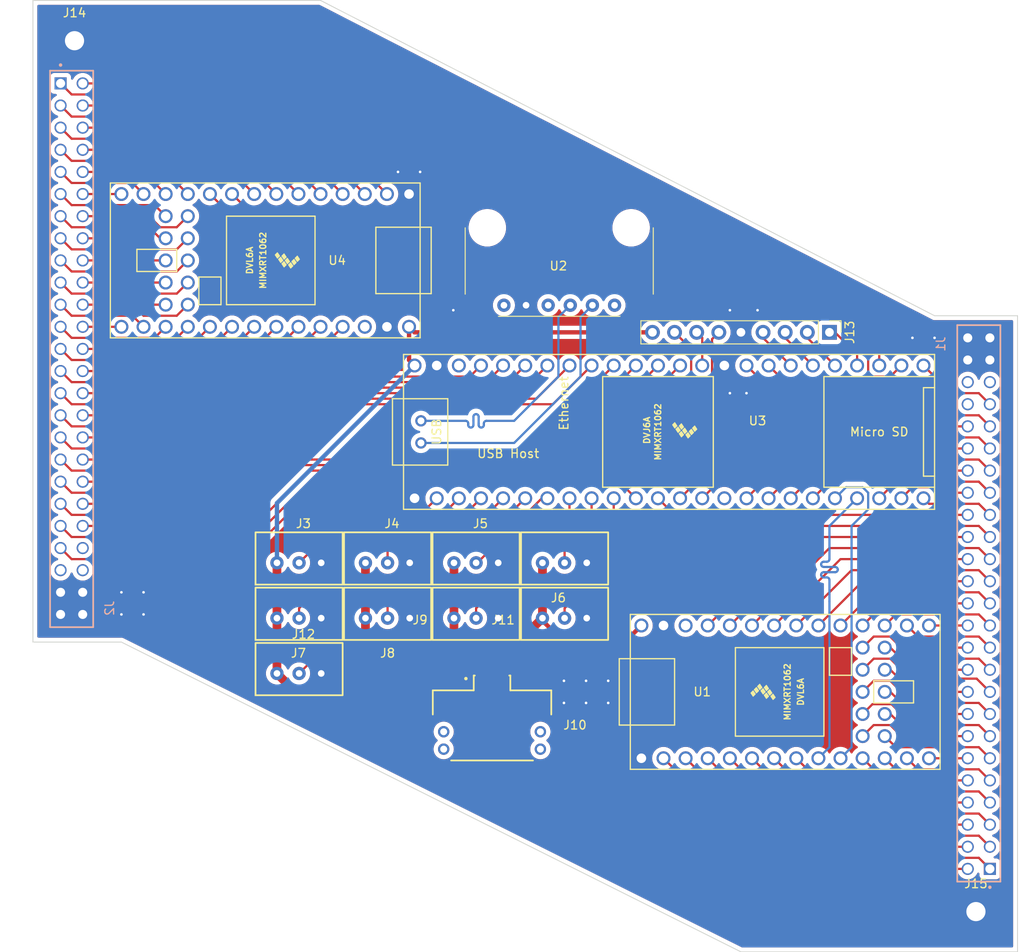
<source format=kicad_pcb>
(kicad_pcb (version 20211014) (generator pcbnew)
  (layers (0 "F.Cu" signal) (31 "B.Cu" signal) (34 "B.Paste" user) (35 "F.Paste" user) (36 "B.SilkS" user "B.Silkscreen") (37 "F.SilkS" user "F.Silkscreen") (38 "B.Mask" user) (39 "F.Mask" user) (44 "Edge.Cuts" user))
  (net 0 "")
  (net 1 "1A8STEP")
  (net 2 "1A4STEP")
  (net 3 "1A7STEP")
  (net 4 "1A3STEP")
  (net 5 "1A6STEP")
  (net 6 "1A2STEP")
  (net 7 "1A5STEP")
  (net 8 "1A1STEP")
  (net 9 "2A8STEP")
  (net 10 "2A4STEP")
  (net 11 "2A7STEP")
  (net 12 "2A3STEP")
  (net 13 "2A6STEP")
  (net 14 "2A2STEP")
  (net 15 "2A5STEP")
  (net 16 "2A1STEP")
  (net 17 "3A8STEP")
  (net 18 "3A4STEP")
  (net 19 "3A7STEP")
  (net 20 "3A3STEP")
  (net 21 "3A6STEP")
  (net 22 "3A2STEP")
  (net 23 "3A5STEP")
  (net 24 "3A1STEP")
  (net 25 "4A8STEP")
  (net 26 "4A4STEP")
  (net 27 "4A7STEP")
  (net 28 "4A3STEP")
  (net 29 "4A6STEP")
  (net 30 "4A2STEP")
  (net 31 "4A5STEP")
  (net 32 "4A1STEP")
  (net 33 "SRCLK1")
  (net 34 "SER1")
  (net 35 "~{SRCLR1}")
  (net 36 "SRCLK2")
  (net 37 "RCLK1")
  (net 38 "~{OE1}")
  (net 39 "SER2")
  (net 40 "SRCLK3")
  (net 41 "SER3")
  (net 42 "SRCLK4")
  (net 43 "SER4")
  (net 44 "+5V")
  (net 45 "GND")
  (net 46 "5A8STEP")
  (net 47 "5A4STEP")
  (net 48 "5A7STEP")
  (net 49 "5A3STEP")
  (net 50 "5A6STEP")
  (net 51 "5A2STEP")
  (net 52 "5A5STEP")
  (net 53 "5A1STEP")
  (net 54 "6A8STEP")
  (net 55 "6A4STEP")
  (net 56 "6A7STEP")
  (net 57 "6A3STEP")
  (net 58 "6A6STEP")
  (net 59 "6A2STEP")
  (net 60 "6A5STEP")
  (net 61 "6A1STEP")
  (net 62 "7A8STEP")
  (net 63 "7A4STEP")
  (net 64 "7A7STEP")
  (net 65 "7A3STEP")
  (net 66 "7A6STEP")
  (net 67 "7A2STEP")
  (net 68 "7A5STEP")
  (net 69 "7A1STEP")
  (net 70 "8A8STEP")
  (net 71 "8A4STEP")
  (net 72 "8A7STEP")
  (net 73 "8A3STEP")
  (net 74 "8A6STEP")
  (net 75 "8A2STEP")
  (net 76 "8A5STEP")
  (net 77 "8A1STEP")
  (net 78 "SRCLK5")
  (net 79 "SER5")
  (net 80 "~{SRCLR2}")
  (net 81 "SRCLK6")
  (net 82 "RCLK2")
  (net 83 "~{OE2}")
  (net 84 "SER6")
  (net 85 "SRCLK7")
  (net 86 "SER7")
  (net 87 "SRCLK8")
  (net 88 "SER8")
  (net 89 "LED1")
  (net 90 "LED2")
  (net 91 "LED3")
  (net 92 "LED4")
  (net 93 "LED5")
  (net 94 "LED6")
  (net 95 "LED7")
  (net 96 "LED8")
  (net 97 "LED9")
  (net 98 "TX1")
  (net 99 "RX1")
  (net 100 "MOSI")
  (net 101 "MISO")
  (net 102 "RX2")
  (net 103 "TX2")
  (net 104 "CS2")
  (net 105 "CS1")
  (net 106 "DC")
  (net 107 "RST")
  (net 108 "SCK")
  (net 109 "D-")
  (net 110 "D+")
  (footprint "REFERENCES:3-PIN TERMINAL" (layer "F.Cu") (at 115.725 103.89)
    (fp_text reference "J7")
    (fp_text value "Conn_01x03")
  )
  (footprint "REFERENCES:3-PIN TERMINAL" (layer "F.Cu") (at 146.205 97.54)
    (fp_text reference "J6")
    (fp_text value "Conn_01x03")
  )
  (footprint "REFERENCES:3-PIN TERMINAL" (layer "F.Cu") (at 115.725 97.54)
    (fp_text reference "J3")
    (fp_text value "Conn_01x03")
  )
  (footprint "REFERENCES:Teensy40" (layer "F.Cu") (at 116.84 60.325 180)
    (fp_text reference "U4")
    (fp_text value "Teensy4.0")
  )
  (footprint "REFERENCES:Teensy41" (layer "F.Cu") (at 163.195 80.01)
    (fp_text reference "U3")
    (fp_text value "Teensy4.1")
  )
  (footprint "REFERENCES:USB-C-MODULE" (layer "F.Cu") (at 139.795 66.74)
    (fp_text reference "U2")
    (fp_text value "USB-C_Module")
  )
  (footprint "MountingHole:MountingHole_2.2mm_M2_Pad" (layer "F.Cu") (at 198.4248 135.0772)
    (fp_text reference "J15")
    (fp_text value "Screw_Terminal_01x01")
  )
  (footprint "REFERENCES:3-PIN TERMINAL" (layer "F.Cu") (at 146.205 103.89)
    (fp_text reference "J11")
    (fp_text value "Conn_01x03")
  )
  (footprint "REFERENCES:3-PIN TERMINAL" (layer "F.Cu") (at 115.725 110.24)
    (fp_text reference "J12")
    (fp_text value "Conn_01x03")
  )
  (footprint "REFERENCES:SAMTEC_UMPT-02-01-X-RA-WT-P-X" (layer "F.Cu") (at 142.875 115.43)
    (fp_text reference "J10")
    (fp_text value "UMPT-02-01-X-RA-WT-P-X")
  )
  (footprint "REFERENCES:3-PIN TERMINAL" (layer "F.Cu") (at 125.885 103.89)
    (fp_text reference "J8")
    (fp_text value "Conn_01x03")
  )
  (footprint "REFERENCES:3-PIN TERMINAL" (layer "F.Cu") (at 125.885 97.54)
    (fp_text reference "J4")
    (fp_text value "Conn_01x03")
  )
  (footprint "REFERENCES:3-PIN TERMINAL" (layer "F.Cu") (at 136.045 97.54)
    (fp_text reference "J5")
    (fp_text value "Conn_01x03")
  )
  (footprint "REFERENCES:Teensy40" (layer "F.Cu") (at 176.53 109.855)
    (fp_text reference "U1")
    (fp_text value "Teensy4.0")
  )
  (footprint "Connector_PinHeader_2.54mm:PinHeader_1x09_P2.54mm_Vertical" (layer "F.Cu") (at 181.61 68.58 -90)
    (fp_text reference "J13")
    (fp_text value "Conn_01x09")
  )
  (footprint "REFERENCES:3-PIN TERMINAL" (layer "F.Cu") (at 136.045 103.89)
    (fp_text reference "J9")
    (fp_text value "Conn_01x03")
  )
  (footprint "MountingHole:MountingHole_2.2mm_M2_Pad" (layer "F.Cu") (at 94.9452 35.1028)
    (fp_text reference "J14")
    (fp_text value "Screw_Terminal_01x01")
  )
  (footprint "REFERENCES:SAMTEC_IPS1-125-01-S-D" (layer "B.Cu") (at 94.615 70.485 90)
    (fp_text reference "J2")
    (fp_text value "IPS1-125-01-S-D")
  )
  (footprint "REFERENCES:SAMTEC_IPS1-125-01-S-D" (layer "B.Cu") (at 198.755 99.695 -90)
    (fp_text reference "J1")
    (fp_text value "IPS1-125-01-S-D")
  )
  (gr_line (start 123.19 30.48) (end 90.17 30.48) (layer "Edge.Cuts") (width 0.1))
  (gr_line (start 90.17 104.14) (end 100.33 104.14) (layer "Edge.Cuts") (width 0.1))
  (gr_line (start 203.2 139.7) (end 203.2 66.675) (layer "Edge.Cuts") (width 0.1))
  (gr_line (start 123.19 30.48) (end 193.675 66.675) (layer "Edge.Cuts") (width 0.1))
  (gr_line (start 171.45 139.7) (end 203.2 139.7) (layer "Edge.Cuts") (width 0.1))
  (gr_line (start 90.17 104.14) (end 90.17 30.48) (layer "Edge.Cuts") (width 0.1))
  (gr_line (start 203.2 66.675) (end 193.675 66.675) (layer "Edge.Cuts") (width 0.1))
  (gr_line (start 171.45 139.7) (end 100.33 104.14) (layer "Edge.Cuts") (width 0.1))
  (segment (start 200.025 130.175) (end 198.755 128.905) (width 0.254) (layer "F.Cu") (net 1))
  (segment (start 198.755 128.905) (end 176.53 128.905) (width 0.254) (layer "F.Cu") (net 1))
  (segment (start 176.53 128.905) (end 165.1 117.475) (width 0.254) (layer "F.Cu") (net 1))
  (segment (start 197.485 130.175) (end 175.26 130.175) (width 0.254) (layer "F.Cu") (net 2))
  (segment (start 175.26 130.175) (end 162.56 117.475) (width 0.254) (layer "F.Cu") (net 2))
  (segment (start 198.755 126.365) (end 179.07 126.365) (width 0.254) (layer "F.Cu") (net 3))
  (segment (start 200.025 127.635) (end 198.755 126.365) (width 0.254) (layer "F.Cu") (net 3))
  (segment (start 179.07 126.365) (end 170.18 117.475) (width 0.254) (layer "F.Cu") (net 3))
  (segment (start 177.8 127.635) (end 167.64 117.475) (width 0.254) (layer "F.Cu") (net 4))
  (segment (start 197.485 127.635) (end 177.8 127.635) (width 0.254) (layer "F.Cu") (net 4))
  (segment (start 200.025 125.095) (end 198.755 123.825) (width 0.254) (layer "F.Cu") (net 5))
  (segment (start 198.755 123.825) (end 181.61 123.825) (width 0.254) (layer "F.Cu") (net 5))
  (segment (start 181.61 123.825) (end 175.26 117.475) (width 0.254) (layer "F.Cu") (net 5))
  (segment (start 197.485 125.095) (end 180.34 125.095) (width 0.254) (layer "F.Cu") (net 6))
  (segment (start 180.34 125.095) (end 172.72 117.475) (width 0.254) (layer "F.Cu") (net 6))
  (segment (start 189.23 121.285) (end 185.42 117.475) (width 0.254) (layer "F.Cu") (net 7))
  (segment (start 198.755 121.285) (end 189.23 121.285) (width 0.254) (layer "F.Cu") (net 7))
  (segment (start 200.025 122.555) (end 198.755 121.285) (width 0.254) (layer "F.Cu") (net 7))
  (segment (start 182.88 122.555) (end 177.8 117.475) (width 0.254) (layer "F.Cu") (net 8))
  (segment (start 197.485 122.555) (end 182.88 122.555) (width 0.254) (layer "F.Cu") (net 8))
  (segment (start 198.755 118.745) (end 191.77 118.745) (width 0.254) (layer "F.Cu") (net 9))
  (segment (start 200.025 120.015) (end 198.755 118.745) (width 0.254) (layer "F.Cu") (net 9))
  (segment (start 191.77 118.745) (end 190.5 117.475) (width 0.254) (layer "F.Cu") (net 9))
  (segment (start 197.485 120.015) (end 190.5 120.015) (width 0.254) (layer "F.Cu") (net 10))
  (segment (start 190.5 120.015) (end 187.96 117.475) (width 0.254) (layer "F.Cu") (net 10))
  (segment (start 200.025 117.475) (end 198.755 116.205) (width 0.254) (layer "F.Cu") (net 11))
  (segment (start 189.23 116.205) (end 187.96 114.935) (width 0.254) (layer "F.Cu") (net 11))
  (segment (start 198.755 116.205) (end 189.23 116.205) (width 0.254) (layer "F.Cu") (net 11))
  (segment (start 197.485 117.475) (end 193.04 117.475) (width 0.254) (layer "F.Cu") (net 12))
  (segment (start 198.755 113.665) (end 189.865 113.665) (width 0.254) (layer "F.Cu") (net 13))
  (segment (start 189.865 113.665) (end 188.595 112.395) (width 0.254) (layer "F.Cu") (net 13))
  (segment (start 200.025 114.935) (end 198.755 113.665) (width 0.254) (layer "F.Cu") (net 13))
  (segment (start 188.595 112.395) (end 187.96 112.395) (width 0.254) (layer "F.Cu") (net 13))
  (segment (start 197.485 114.935) (end 189.865 114.935) (width 0.254) (layer "F.Cu") (net 14))
  (segment (start 188.595 113.665) (end 186.69 113.665) (width 0.254) (layer "F.Cu") (net 14))
  (segment (start 186.69 113.665) (end 185.42 114.935) (width 0.254) (layer "F.Cu") (net 14))
  (segment (start 189.865 114.935) (end 188.595 113.665) (width 0.254) (layer "F.Cu") (net 14))
  (segment (start 198.755 111.125) (end 189.865 111.125) (width 0.254) (layer "F.Cu") (net 15))
  (segment (start 189.865 111.125) (end 188.595 109.855) (width 0.254) (layer "F.Cu") (net 15))
  (segment (start 200.025 112.395) (end 198.755 111.125) (width 0.254) (layer "F.Cu") (net 15))
  (segment (start 189.865 112.395) (end 188.738489 111.268489) (width 0.254) (layer "F.Cu") (net 16))
  (segment (start 197.485 112.395) (end 189.865 112.395) (width 0.254) (layer "F.Cu") (net 16))
  (segment (start 188.738489 111.268489) (end 186.546511 111.268489) (width 0.254) (layer "F.Cu") (net 16))
  (segment (start 186.546511 111.268489) (end 185.42 112.395) (width 0.254) (layer "F.Cu") (net 16))
  (segment (start 188.595 107.315) (end 187.96 107.315) (width 0.254) (layer "F.Cu") (net 17))
  (segment (start 189.616511 108.336511) (end 188.595 107.315) (width 0.254) (layer "F.Cu") (net 17))
  (segment (start 198.506511 108.336511) (end 189.616511 108.336511) (width 0.254) (layer "F.Cu") (net 17))
  (segment (start 200.025 109.855) (end 198.506511 108.336511) (width 0.254) (layer "F.Cu") (net 17))
  (segment (start 197.485 109.855) (end 189.865 109.855) (width 0.254) (layer "F.Cu") (net 18))
  (segment (start 189.865 109.855) (end 188.595 108.585) (width 0.254) (layer "F.Cu") (net 18))
  (segment (start 188.595 108.585) (end 186.69 108.585) (width 0.254) (layer "F.Cu") (net 18))
  (segment (start 186.69 108.585) (end 185.42 109.855) (width 0.254) (layer "F.Cu") (net 18))
  (segment (start 200.025 107.315) (end 198.755 106.045) (width 0.254) (layer "F.Cu") (net 19))
  (segment (start 198.755 106.045) (end 189.865 106.045) (width 0.254) (layer "F.Cu") (net 19))
  (segment (start 189.865 106.045) (end 188.595 104.775) (width 0.254) (layer "F.Cu") (net 19))
  (segment (start 188.595 104.775) (end 187.96 104.775) (width 0.254) (layer "F.Cu") (net 19))
  (segment (start 189.865 107.315) (end 188.595 106.045) (width 0.254) (layer "F.Cu") (net 20))
  (segment (start 197.485 107.315) (end 189.865 107.315) (width 0.254) (layer "F.Cu") (net 20))
  (segment (start 188.595 106.045) (end 186.69 106.045) (width 0.254) (layer "F.Cu") (net 20))
  (segment (start 186.69 106.045) (end 185.42 107.315) (width 0.254) (layer "F.Cu") (net 20))
  (segment (start 200.025 104.775) (end 198.755 103.505) (width 0.254) (layer "F.Cu") (net 21))
  (segment (start 198.755 103.505) (end 191.77 103.505) (width 0.254) (layer "F.Cu") (net 21))
  (segment (start 191.77 103.505) (end 190.5 102.235) (width 0.254) (layer "F.Cu") (net 21))
  (segment (start 197.485 104.775) (end 189.843248 104.775) (width 0.254) (layer "F.Cu") (net 22))
  (segment (start 186.69 103.505) (end 185.42 104.775) (width 0.254) (layer "F.Cu") (net 22))
  (segment (start 188.573248 103.505) (end 186.69 103.505) (width 0.254) (layer "F.Cu") (net 22))
  (segment (start 189.843248 104.775) (end 188.573248 103.505) (width 0.254) (layer "F.Cu") (net 22))
  (segment (start 198.755 100.965) (end 189.23 100.965) (width 0.254) (layer "F.Cu") (net 23))
  (segment (start 200.025 102.235) (end 198.755 100.965) (width 0.254) (layer "F.Cu") (net 23))
  (segment (start 189.23 100.965) (end 187.96 102.235) (width 0.254) (layer "F.Cu") (net 23))
  (segment (start 197.485 102.235) (end 193.04 102.235) (width 0.254) (layer "F.Cu") (net 24))
  (segment (start 186.69 98.425) (end 182.88 102.235) (width 0.254) (layer "F.Cu") (net 25))
  (segment (start 200.025 99.695) (end 198.755 98.425) (width 0.254) (layer "F.Cu") (net 25))
  (segment (start 198.755 98.425) (end 186.69 98.425) (width 0.254) (layer "F.Cu") (net 25))
  (segment (start 197.485 99.695) (end 187.96 99.695) (width 0.254) (layer "F.Cu") (net 26))
  (segment (start 187.96 99.695) (end 185.42 102.235) (width 0.254) (layer "F.Cu") (net 26))
  (segment (start 198.755 95.885) (end 184.15 95.885) (width 0.254) (layer "F.Cu") (net 27))
  (segment (start 184.15 95.885) (end 177.8 102.235) (width 0.254) (layer "F.Cu") (net 27))
  (segment (start 200.025 97.155) (end 198.755 95.885) (width 0.254) (layer "F.Cu") (net 27))
  (segment (start 185.42 97.155) (end 180.34 102.235) (width 0.254) (layer "F.Cu") (net 28))
  (segment (start 197.485 97.155) (end 185.42 97.155) (width 0.254) (layer "F.Cu") (net 28))
  (segment (start 198.755 93.345) (end 181.61 93.345) (width 0.254) (layer "F.Cu") (net 29))
  (segment (start 200.025 94.615) (end 198.755 93.345) (width 0.254) (layer "F.Cu") (net 29))
  (segment (start 181.61 93.345) (end 172.72 102.235) (width 0.254) (layer "F.Cu") (net 29))
  (segment (start 197.485 94.615) (end 182.88 94.615) (width 0.254) (layer "F.Cu") (net 30))
  (segment (start 182.88 94.615) (end 175.26 102.235) (width 0.254) (layer "F.Cu") (net 30))
  (segment (start 200.025 92.075) (end 198.755 90.805) (width 0.254) (layer "F.Cu") (net 31))
  (segment (start 198.755 90.805) (end 179.07 90.805) (width 0.254) (layer "F.Cu") (net 31))
  (segment (start 179.07 90.805) (end 167.64 102.235) (width 0.254) (layer "F.Cu") (net 31))
  (segment (start 180.34 92.075) (end 170.18 102.235) (width 0.254) (layer "F.Cu") (net 32))
  (segment (start 197.485 92.075) (end 180.34 92.075) (width 0.254) (layer "F.Cu") (net 32))
  (segment (start 193.04 88.265) (end 192.405 87.63) (width 0.254) (layer "F.Cu") (net 33))
  (segment (start 198.755 88.265) (end 193.04 88.265) (width 0.254) (layer "F.Cu") (net 33))
  (segment (start 200.025 89.535) (end 198.755 88.265) (width 0.254) (layer "F.Cu") (net 33))
  (segment (start 163.83 89.535) (end 161.925 87.63) (width 0.254) (layer "F.Cu") (net 34))
  (segment (start 197.485 89.535) (end 163.83 89.535) (width 0.254) (layer "F.Cu") (net 34))
  (segment (start 198.755 85.725) (end 189.23 85.725) (width 0.254) (layer "F.Cu") (net 35))
  (segment (start 200.025 86.995) (end 198.755 85.725) (width 0.254) (layer "F.Cu") (net 35))
  (segment (start 189.23 85.725) (end 187.325 87.63) (width 0.254) (layer "F.Cu") (net 35))
  (segment (start 193.675 86.36) (end 191.135 86.36) (width 0.254) (layer "F.Cu") (net 36))
  (segment (start 194.31 86.995) (end 193.675 86.36) (width 0.254) (layer "F.Cu") (net 36))
  (segment (start 191.135 86.36) (end 189.865 87.63) (width 0.254) (layer "F.Cu") (net 36))
  (segment (start 197.485 86.995) (end 194.31 86.995) (width 0.254) (layer "F.Cu") (net 36))
  (segment (start 198.755 83.185) (end 181.61 83.185) (width 0.254) (layer "F.Cu") (net 37))
  (segment (start 181.61 83.185) (end 177.165 87.63) (width 0.254) (layer "F.Cu") (net 37))
  (segment (start 200.025 84.455) (end 198.755 83.185) (width 0.254) (layer "F.Cu") (net 37))
  (segment (start 182.88 84.455) (end 179.705 87.63) (width 0.254) (layer "F.Cu") (net 38))
  (segment (start 197.485 84.455) (end 182.88 84.455) (width 0.254) (layer "F.Cu") (net 38))
  (segment (start 179.07 80.645) (end 172.085 87.63) (width 0.254) (layer "F.Cu") (net 39))
  (segment (start 198.755 80.645) (end 179.07 80.645) (width 0.254) (layer "F.Cu") (net 39))
  (segment (start 200.025 81.915) (end 198.755 80.645) (width 0.254) (layer "F.Cu") (net 39))
  (segment (start 180.34 81.915) (end 174.625 87.63) (width 0.254) (layer "F.Cu") (net 40))
  (segment (start 197.485 81.915) (end 180.34 81.915) (width 0.254) (layer "F.Cu") (net 40))
  (segment (start 198.755 78.105) (end 180.34 78.105) (width 0.254) (layer "F.Cu") (net 41))
  (segment (start 180.34 78.105) (end 174.625 72.39) (width 0.254) (layer "F.Cu") (net 41))
  (segment (start 200.025 79.375) (end 198.755 78.105) (width 0.254) (layer "F.Cu") (net 41))
  (segment (start 197.485 79.375) (end 179.07 79.375) (width 0.254) (layer "F.Cu") (net 42))
  (segment (start 179.07 79.375) (end 172.085 72.39) (width 0.254) (layer "F.Cu") (net 42))
  (segment (start 195.58 75.565) (end 192.405 72.39) (width 0.254) (layer "F.Cu") (net 43))
  (segment (start 198.755 75.565) (end 195.58 75.565) (width 0.254) (layer "F.Cu") (net 43))
  (segment (start 200.025 76.835) (end 198.755 75.565) (width 0.254) (layer "F.Cu") (net 43))
  (segment (start 160.02 102.235) (end 158.75 103.505) (width 0.5) (layer "F.Cu") (net 44))
  (segment (start 161.29 68.58) (end 133.985 68.58) (width 0.5) (layer "F.Cu") (net 44))
  (segment (start 138.505 109.295) (end 138.89 109.68) (width 1) (layer "F.Cu") (net 44))
  (segment (start 133.35 71.755) (end 133.985 72.39) (width 0.5) (layer "F.Cu") (net 44))
  (segment (start 133.985 68.58) (end 133.35 67.945) (width 0.5) (layer "F.Cu") (net 44))
  (segment (start 150.495 103.505) (end 148.665 101.675) (width 0.5) (layer "F.Cu") (net 44))
  (segment (start 138.89 109.68) (end 127.81 109.68) (width 1) (layer "F.Cu") (net 44))
  (segment (start 148.665 95.04) (end 148.665 101.39) (width 1) (layer "F.Cu") (net 44))
  (segment (start 127.81 109.68) (end 120.125 109.68) (width 1) (layer "F.Cu") (net 44))
  (segment (start 141.875 109.68) (end 141.875 108.18) (width 1) (layer "F.Cu") (net 44))
  (segment (start 118.185 101.39) (end 118.185 95.04) (width 1) (layer "F.Cu") (net 44))
  (segment (start 120.125 109.68) (end 118.185 107.74) (width 1) (layer "F.Cu") (net 44))
  (segment (start 138.505 95.04) (end 138.505 101.39) (width 1) (layer "F.Cu") (net 44))
  (segment (start 133.35 67.945) (end 133.35 71.755) (width 0.5) (layer "F.Cu") (net 44))
  (segment (start 148.665 101.675) (end 148.665 101.39) (width 0.5) (layer "F.Cu") (net 44))
  (segment (start 128.345 109.145) (end 127.81 109.68) (width 1) (layer "F.Cu") (net 44))
  (segment (start 118.185 107.74) (end 118.185 101.39) (width 1) (layer "F.Cu") (net 44))
  (segment (start 158.75 103.505) (end 150.495 103.505) (width 0.5) (layer "F.Cu") (net 44))
  (segment (start 128.345 101.39) (end 128.345 109.145) (width 1) (layer "F.Cu") (net 44))
  (segment (start 141.875 108.18) (end 148.665 101.39) (width 1) (layer "F.Cu") (net 44))
  (segment (start 141.875 109.68) (end 138.89 109.68) (width 1) (layer "F.Cu") (net 44))
  (segment (start 138.505 101.39) (end 138.505 109.295) (width 1) (layer "F.Cu") (net 44))
  (segment (start 128.345 95.04) (end 128.345 101.39) (width 1) (layer "F.Cu") (net 44))
  (segment (start 118.185 88.19) (end 118.185 95.04) (width 0.5) (layer "B.Cu") (net 44))
  (segment (start 133.985 72.39) (end 118.185 88.19) (width 0.5) (layer "B.Cu") (net 44))
  (via (at 151.13 108.585) (size 0.5) (drill 0.3) (layers "F.Cu" "B.Cu") (net 45))
  (via (at 193.675 69.215) (size 0.5) (drill 0.3) (layers "F.Cu" "B.Cu") (net 45))
  (via (at 191.135 69.215) (size 0.5) (drill 0.3) (layers "F.Cu" "B.Cu") (net 45))
  (via (at 153.67 111.125) (size 0.5) (drill 0.3) (layers "F.Cu" "B.Cu") (net 45))
  (via (at 172.085 75.565) (size 0.5) (drill 0.3) (layers "F.Cu" "B.Cu") (net 45))
  (via (at 100.33 98.425) (size 0.5) (drill 0.3) (layers "F.Cu" "B.Cu") (net 45))
  (via (at 156.21 111.125) (size 0.5) (drill 0.3) (layers "F.Cu" "B.Cu") (net 45))
  (via (at 153.67 108.585) (size 0.5) (drill 0.3) (layers "F.Cu" "B.Cu") (net 45))
  (via (at 132.08 50.165) (size 0.5) (drill 0.3) (layers "F.Cu" "B.Cu") (net 45))
  (via (at 170.18 75.565) (size 0.5) (drill 0.3) (layers "F.Cu" "B.Cu") (net 45))
  (via (at 102.87 100.965) (size 0.5) (drill 0.3) (layers "F.Cu" "B.Cu") (net 45))
  (via (at 173.355 66.04) (size 0.5) (drill 0.3) (layers "F.Cu" "B.Cu") (net 45))
  (via (at 156.21 108.585) (size 0.5) (drill 0.3) (layers "F.Cu" "B.Cu") (net 45))
  (via (at 151.13 111.125) (size 0.5) (drill 0.3) (layers "F.Cu" "B.Cu") (net 45))
  (via (at 134.62 50.165) (size 0.5) (drill 0.3) (layers "F.Cu" "B.Cu") (net 45))
  (via (at 138.43 66.04) (size 0.5) (drill 0.3) (layers "F.Cu" "B.Cu") (net 45))
  (via (at 170.18 66.04) (size 0.5) (drill 0.3) (layers "F.Cu" "B.Cu") (net 45))
  (via (at 100.33 100.965) (size 0.5) (drill 0.3) (layers "F.Cu" "B.Cu") (net 45))
  (via (at 102.87 98.425) (size 0.5) (drill 0.3) (layers "F.Cu" "B.Cu") (net 45))
  (segment (start 93.345 40.005) (end 94.615 41.275) (width 0.254) (layer "F.Cu") (net 46))
  (segment (start 94.615 41.275) (end 116.84 41.275) (width 0.254) (layer "F.Cu") (net 46))
  (segment (start 116.84 41.275) (end 128.27 52.705) (width 0.254) (layer "F.Cu") (net 46))
  (segment (start 95.885 40.005) (end 118.11 40.005) (width 0.254) (layer "F.Cu") (net 47))
  (segment (start 118.11 40.005) (end 130.81 52.705) (width 0.254) (layer "F.Cu") (net 47))
  (segment (start 114.3 43.815) (end 123.19 52.705) (width 0.254) (layer "F.Cu") (net 48))
  (segment (start 93.345 42.545) (end 94.615 43.815) (width 0.254) (layer "F.Cu") (net 48))
  (segment (start 94.615 43.815) (end 114.3 43.815) (width 0.254) (layer "F.Cu") (net 48))
  (segment (start 115.57 42.545) (end 125.73 52.705) (width 0.254) (layer "F.Cu") (net 49))
  (segment (start 95.885 42.545) (end 115.57 42.545) (width 0.254) (layer "F.Cu") (net 49))
  (segment (start 94.615 46.355) (end 111.76 46.355) (width 0.254) (layer "F.Cu") (net 50))
  (segment (start 93.345 45.085) (end 94.615 46.355) (width 0.254) (layer "F.Cu") (net 50))
  (segment (start 111.76 46.355) (end 118.11 52.705) (width 0.254) (layer "F.Cu") (net 50))
  (segment (start 95.885 45.085) (end 113.03 45.085) (width 0.254) (layer "F.Cu") (net 51))
  (segment (start 113.03 45.085) (end 120.65 52.705) (width 0.254) (layer "F.Cu") (net 51))
  (segment (start 93.345 47.625) (end 94.615 48.895) (width 0.254) (layer "F.Cu") (net 52))
  (segment (start 104.14 48.895) (end 107.95 52.705) (width 0.254) (layer "F.Cu") (net 52))
  (segment (start 94.615 48.895) (end 104.14 48.895) (width 0.254) (layer "F.Cu") (net 52))
  (segment (start 95.885 47.625) (end 110.49 47.625) (width 0.254) (layer "F.Cu") (net 53))
  (segment (start 110.49 47.625) (end 115.57 52.705) (width 0.254) (layer "F.Cu") (net 53))
  (segment (start 93.345 50.165) (end 94.615 51.435) (width 0.254) (layer "F.Cu") (net 54))
  (segment (start 94.615 51.435) (end 101.6 51.435) (width 0.254) (layer "F.Cu") (net 54))
  (segment (start 101.6 51.435) (end 102.87 52.705) (width 0.254) (layer "F.Cu") (net 54))
  (segment (start 95.885 50.165) (end 102.87 50.165) (width 0.254) (layer "F.Cu") (net 55))
  (segment (start 102.87 50.165) (end 105.41 52.705) (width 0.254) (layer "F.Cu") (net 55))
  (segment (start 93.345 52.705) (end 94.615 53.975) (width 0.254) (layer "F.Cu") (net 56))
  (segment (start 94.615 53.975) (end 104.14 53.975) (width 0.254) (layer "F.Cu") (net 56))
  (segment (start 104.14 53.975) (end 105.41 55.245) (width 0.254) (layer "F.Cu") (net 56))
  (segment (start 95.885 52.705) (end 100.33 52.705) (width 0.254) (layer "F.Cu") (net 57))
  (segment (start 103.505 56.515) (end 104.775 57.785) (width 0.254) (layer "F.Cu") (net 58))
  (segment (start 94.615 56.515) (end 103.505 56.515) (width 0.254) (layer "F.Cu") (net 58))
  (segment (start 93.345 55.245) (end 94.615 56.515) (width 0.254) (layer "F.Cu") (net 58))
  (segment (start 104.775 57.785) (end 105.41 57.785) (width 0.254) (layer "F.Cu") (net 58))
  (segment (start 103.505 55.245) (end 104.775 56.515) (width 0.254) (layer "F.Cu") (net 59))
  (segment (start 95.885 55.245) (end 103.505 55.245) (width 0.254) (layer "F.Cu") (net 59))
  (segment (start 104.775 56.515) (end 106.68 56.515) (width 0.254) (layer "F.Cu") (net 59))
  (segment (start 106.68 56.515) (end 107.95 55.245) (width 0.254) (layer "F.Cu") (net 59))
  (segment (start 93.345 57.785) (end 94.615 59.055) (width 0.254) (layer "F.Cu") (net 60))
  (segment (start 102.235 59.055) (end 103.505 60.325) (width 0.254) (layer "F.Cu") (net 60))
  (segment (start 94.615 59.055) (end 102.235 59.055) (width 0.254) (layer "F.Cu") (net 60))
  (segment (start 103.505 60.325) (end 105.41 60.325) (width 0.254) (layer "F.Cu") (net 60))
  (segment (start 95.885 57.785) (end 102.87 57.785) (width 0.254) (layer "F.Cu") (net 61))
  (segment (start 104.14 59.055) (end 106.68 59.055) (width 0.254) (layer "F.Cu") (net 61))
  (segment (start 102.87 57.785) (end 104.14 59.055) (width 0.254) (layer "F.Cu") (net 61))
  (segment (start 106.68 59.055) (end 107.95 57.785) (width 0.254) (layer "F.Cu") (net 61))
  (segment (start 101.6 61.595) (end 102.87 62.865) (width 0.254) (layer "F.Cu") (net 62))
  (segment (start 93.345 60.325) (end 94.615 61.595) (width 0.254) (layer "F.Cu") (net 62))
  (segment (start 102.87 62.865) (end 105.41 62.865) (width 0.254) (layer "F.Cu") (net 62))
  (segment (start 94.615 61.595) (end 101.6 61.595) (width 0.254) (layer "F.Cu") (net 62))
  (segment (start 101.6 60.325) (end 102.87 61.595) (width 0.254) (layer "F.Cu") (net 63))
  (segment (start 106.68 61.595) (end 107.95 60.325) (width 0.254) (layer "F.Cu") (net 63))
  (segment (start 95.885 60.325) (end 101.6 60.325) (width 0.254) (layer "F.Cu") (net 63))
  (segment (start 102.87 61.595) (end 106.68 61.595) (width 0.254) (layer "F.Cu") (net 63))
  (segment (start 102.87 65.405) (end 105.41 65.405) (width 0.254) (layer "F.Cu") (net 64))
  (segment (start 93.345 62.865) (end 94.615 64.135) (width 0.254) (layer "F.Cu") (net 64))
  (segment (start 94.615 64.135) (end 101.6 64.135) (width 0.254) (layer "F.Cu") (net 64))
  (segment (start 101.6 64.135) (end 102.87 65.405) (width 0.254) (layer "F.Cu") (net 64))
  (segment (start 95.885 62.865) (end 101.6 62.865) (width 0.254) (layer "F.Cu") (net 65))
  (segment (start 106.68 64.135) (end 107.95 62.865) (width 0.254) (layer "F.Cu") (net 65))
  (segment (start 101.6 62.865) (end 102.87 64.135) (width 0.254) (layer "F.Cu") (net 65))
  (segment (start 102.87 64.135) (end 106.68 64.135) (width 0.254) (layer "F.Cu") (net 65))
  (segment (start 93.345 65.405) (end 94.615 66.675) (width 0.254) (layer "F.Cu") (net 66))
  (segment (start 101.6 66.675) (end 102.87 67.945) (width 0.254) (layer "F.Cu") (net 66))
  (segment (start 94.615 66.675) (end 101.6 66.675) (width 0.254) (layer "F.Cu") (net 66))
  (segment (start 102.87 66.675) (end 106.68 66.675) (width 0.254) (layer "F.Cu") (net 67))
  (segment (start 95.885 65.405) (end 101.6 65.405) (width 0.254) (layer "F.Cu") (net 67))
  (segment (start 101.6 65.405) (end 102.87 66.675) (width 0.254) (layer "F.Cu") (net 67))
  (segment (start 106.68 66.675) (end 107.95 65.405) (width 0.254) (layer "F.Cu") (net 67))
  (segment (start 94.615 69.215) (end 104.14 69.215) (width 0.254) (layer "F.Cu") (net 68))
  (segment (start 93.345 67.945) (end 94.615 69.215) (width 0.254) (layer "F.Cu") (net 68))
  (segment (start 104.14 69.215) (end 105.41 67.945) (width 0.254) (layer "F.Cu") (net 68))
  (segment (start 95.885 67.945) (end 100.33 67.945) (width 0.254) (layer "F.Cu") (net 69))
  (segment (start 106.68 71.755) (end 110.49 67.945) (width 0.254) (layer "F.Cu") (net 70))
  (segment (start 93.345 70.485) (end 94.615 71.755) (width 0.254) (layer "F.Cu") (net 70))
  (segment (start 94.615 71.755) (end 106.68 71.755) (width 0.254) (layer "F.Cu") (net 70))
  (segment (start 105.41 70.485) (end 107.95 67.945) (width 0.254) (layer "F.Cu") (net 71))
  (segment (start 95.885 70.485) (end 105.41 70.485) (width 0.254) (layer "F.Cu") (net 71))
  (segment (start 93.345 73.025) (end 94.615 74.295) (width 0.254) (layer "F.Cu") (net 72))
  (segment (start 94.615 74.295) (end 109.22 74.295) (width 0.254) (layer "F.Cu") (net 72))
  (segment (start 109.22 74.295) (end 115.57 67.945) (width 0.254) (layer "F.Cu") (net 72))
  (segment (start 107.95 73.025) (end 113.03 67.945) (width 0.254) (layer "F.Cu") (net 73))
  (segment (start 95.885 73.025) (end 107.95 73.025) (width 0.254) (layer "F.Cu") (net 73))
  (segment (start 93.345 75.565) (end 94.615 76.835) (width 0.254) (layer "F.Cu") (net 74))
  (segment (start 111.76 76.835) (end 120.65 67.945) (width 0.254) (layer "F.Cu") (net 74))
  (segment (start 94.615 76.835) (end 111.76 76.835) (width 0.254) (layer "F.Cu") (net 74))
  (segment (start 95.885 75.565) (end 110.49 75.565) (width 0.254) (layer "F.Cu") (net 75))
  (segment (start 110.49 75.565) (end 118.11 67.945) (width 0.254) (layer "F.Cu") (net 75))
  (segment (start 114.3 79.375) (end 125.73 67.945) (width 0.254) (layer "F.Cu") (net 76))
  (segment (start 93.345 78.105) (end 94.615 79.375) (width 0.254) (layer "F.Cu") (net 76))
  (segment (start 94.615 79.375) (end 114.3 79.375) (width 0.254) (layer "F.Cu") (net 76))
  (segment (start 113.03 78.105) (end 123.19 67.945) (width 0.254) (layer "F.Cu") (net 77))
  (segment (start 95.885 78.105) (end 113.03 78.105) (width 0.254) (layer "F.Cu") (net 77))
  (segment (start 142.24 74.295) (end 144.145 72.39) (width 0.254) (layer "F.Cu") (net 78))
  (segment (start 115.57 81.915) (end 123.19 74.295) (width 0.254) (layer "F.Cu") (net 78))
  (segment (start 94.615 81.915) (end 115.57 81.915) (width 0.254) (layer "F.Cu") (net 78))
  (segment (start 123.19 74.295) (end 142.24 74.295) (width 0.254) (layer "F.Cu") (net 78))
  (segment (start 93.345 80.645) (end 94.615 81.915) (width 0.254) (layer "F.Cu") (net 78))
  (segment (start 140.335 73.66) (end 141.605 72.39) (width 0.254) (layer "F.Cu") (net 79))
  (segment (start 122.555 73.66) (end 140.335 73.66) (width 0.254) (layer "F.Cu") (net 79))
  (segment (start 95.885 80.645) (end 115.57 80.645) (width 0.254) (layer "F.Cu") (net 79))
  (segment (start 115.57 80.645) (end 122.555 73.66) (width 0.254) (layer "F.Cu") (net 79))
  (segment (start 94.615 84.455) (end 115.57 84.455) (width 0.254) (layer "F.Cu") (net 80))
  (segment (start 93.345 83.185) (end 94.615 84.455) (width 0.254) (layer "F.Cu") (net 80))
  (segment (start 146.05 75.565) (end 149.225 72.39) (width 0.254) (layer "F.Cu") (net 80))
  (segment (start 124.46 75.565) (end 146.05 75.565) (width 0.254) (layer "F.Cu") (net 80))
  (segment (start 115.57 84.455) (end 124.46 75.565) (width 0.254) (layer "F.Cu") (net 80))
  (segment (start 115.57 83.185) (end 123.825 74.93) (width 0.254) (layer "F.Cu") (net 81))
  (segment (start 95.885 83.185) (end 115.57 83.185) (width 0.254) (layer "F.Cu") (net 81))
  (segment (start 123.825 74.93) (end 144.145 74.93) (width 0.254) (layer "F.Cu") (net 81))
  (segment (start 144.145 74.93) (end 146.685 72.39) (width 0.254) (layer "F.Cu") (net 81))
  (segment (start 149.86 76.835) (end 154.305 72.39) (width 0.254) (layer "F.Cu") (net 82))
  (segment (start 125.73 76.835) (end 149.86 76.835) (width 0.254) (layer "F.Cu") (net 82))
  (segment (start 93.345 85.725) (end 94.615 86.995) (width 0.254) (layer "F.Cu") (net 82))
  (segment (start 94.615 86.995) (end 115.57 86.995) (width 0.254) (layer "F.Cu") (net 82))
  (segment (start 115.57 86.995) (end 125.73 76.835) (width 0.254) (layer "F.Cu") (net 82))
  (segment (start 125.095 76.2) (end 147.955 76.2) (width 0.254) (layer "F.Cu") (net 83))
  (segment (start 147.955 76.2) (end 151.765 72.39) (width 0.254) (layer "F.Cu") (net 83))
  (segment (start 115.57 85.725) (end 125.095 76.2) (width 0.254) (layer "F.Cu") (net 83))
  (segment (start 95.885 85.725) (end 115.57 85.725) (width 0.254) (layer "F.Cu") (net 83))
  (segment (start 115.57 89.535) (end 121.285 83.82) (width 0.254) (layer "F.Cu") (net 84))
  (segment (start 93.345 88.265) (end 94.615 89.535) (width 0.254) (layer "F.Cu") (net 84))
  (segment (start 121.285 83.82) (end 147.955 83.82) (width 0.254) (layer "F.Cu") (net 84))
  (segment (start 147.955 83.82) (end 159.385 72.39) (width 0.254) (layer "F.Cu") (net 84))
  (segment (start 94.615 89.535) (end 115.57 89.535) (width 0.254) (layer "F.Cu") (net 84))
  (segment (start 146.05 83.185) (end 156.845 72.39) (width 0.254) (layer "F.Cu") (net 85))
  (segment (start 115.57 88.265) (end 120.65 83.185) (width 0.254) (layer "F.Cu") (net 85))
  (segment (start 120.65 83.185) (end 146.05 83.185) (width 0.254) (layer "F.Cu") (net 85))
  (segment (start 95.885 88.265) (end 115.57 88.265) (width 0.254) (layer "F.Cu") (net 85))
  (segment (start 151.765 85.09) (end 164.465 72.39) (width 0.254) (layer "F.Cu") (net 86))
  (segment (start 94.615 92.075) (end 115.57 92.075) (width 0.254) (layer "F.Cu") (net 86))
  (segment (start 122.555 85.09) (end 151.765 85.09) (width 0.254) (layer "F.Cu") (net 86))
  (segment (start 115.57 92.075) (end 122.555 85.09) (width 0.254) (layer "F.Cu") (net 86))
  (segment (start 93.345 90.805) (end 94.615 92.075) (width 0.254) (layer "F.Cu") (net 86))
  (segment (start 149.86 84.455) (end 161.925 72.39) (width 0.254) (layer "F.Cu") (net 87))
  (segment (start 115.57 90.805) (end 121.92 84.455) (width 0.254) (layer "F.Cu") (net 87))
  (segment (start 121.92 84.455) (end 149.86 84.455) (width 0.254) (layer "F.Cu") (net 87))
  (segment (start 95.885 90.805) (end 115.57 90.805) (width 0.254) (layer "F.Cu") (net 87))
  (segment (start 93.345 93.345) (end 94.615 94.615) (width 0.254) (layer "F.Cu") (net 88))
  (segment (start 123.19 85.725) (end 157.48 85.725) (width 0.254) (layer "F.Cu") (net 88))
  (segment (start 114.3 94.615) (end 123.19 85.725) (width 0.254) (layer "F.Cu") (net 88))
  (segment (start 157.48 85.725) (end 159.385 87.63) (width 0.254) (layer "F.Cu") (net 88))
  (segment (start 94.615 94.615) (end 114.3 94.615) (width 0.254) (layer "F.Cu") (net 88))
  (segment (start 134.62 89.535) (end 126.23 89.535) (width 0.254) (layer "F.Cu") (net 89))
  (segment (start 126.23 89.535) (end 120.725 95.04) (width 0.254) (layer "F.Cu") (net 89))
  (segment (start 136.525 87.63) (end 134.62 89.535) (width 0.254) (layer "F.Cu") (net 89))
  (segment (start 130.885 92.635) (end 132.08 91.44) (width 0.254) (layer "F.Cu") (net 90))
  (segment (start 140.335 91.44) (end 144.145 87.63) (width 0.254) (layer "F.Cu") (net 90))
  (segment (start 132.08 91.44) (end 140.335 91.44) (width 0.254) (layer "F.Cu") (net 90))
  (segment (start 130.885 95.04) (end 130.885 92.635) (width 0.254) (layer "F.Cu") (net 90))
  (segment (start 141.18 95.04) (end 148.59 87.63) (width 0.254) (layer "F.Cu") (net 91))
  (segment (start 141.045 95.04) (end 141.18 95.04) (width 0.254) (layer "F.Cu") (net 91))
  (segment (start 148.59 87.63) (end 149.225 87.63) (width 0.254) (layer "F.Cu") (net 91))
  (segment (start 154.305 90.17) (end 154.305 87.63) (width 0.254) (layer "F.Cu") (net 92))
  (segment (start 151.205 95.04) (end 151.205 93.27) (width 0.254) (layer "F.Cu") (net 92))
  (segment (start 151.205 93.27) (end 154.305 90.17) (width 0.254) (layer "F.Cu") (net 92))
  (segment (start 120.725 101.39) (end 120.725 100.255) (width 0.254) (layer "F.Cu") (net 93))
  (segment (start 120.725 100.255) (end 125.095 95.885) (width 0.254) (layer "F.Cu") (net 93))
  (segment (start 127 90.17) (end 136.525 90.17) (width 0.254) (layer "F.Cu") (net 93))
  (segment (start 125.095 92.075) (end 127 90.17) (width 0.254) (layer "F.Cu") (net 93))
  (segment (start 136.525 90.17) (end 139.065 87.63) (width 0.254) (layer "F.Cu") (net 93))
  (segment (start 125.095 95.885) (end 125.095 92.075) (width 0.254) (layer "F.Cu") (net 93))
  (segment (start 130.885 101.39) (end 130.885 99.62) (width 0.254) (layer "F.Cu") (net 94))
  (segment (start 138.43 92.075) (end 142.24 92.075) (width 0.254) (layer "F.Cu") (net 94))
  (segment (start 130.885 99.62) (end 138.43 92.075) (width 0.254) (layer "F.Cu") (net 94))
  (segment (start 142.24 92.075) (end 146.685 87.63) (width 0.254) (layer "F.Cu") (net 94))
  (segment (start 141.045 101.39) (end 141.045 100.255) (width 0.254) (layer "F.Cu") (net 95))
  (segment (start 151.765 89.535) (end 151.765 87.63) (width 0.254) (layer "F.Cu") (net 95))
  (segment (start 141.045 100.255) (end 151.765 89.535) (width 0.254) (layer "F.Cu") (net 95))
  (segment (start 151.205 100.255) (end 156.845 94.615) (width 0.254) (layer "F.Cu") (net 96))
  (segment (start 156.845 94.615) (end 156.845 87.63) (width 0.254) (layer "F.Cu") (net 96))
  (segment (start 151.205 101.39) (end 151.205 100.255) (width 0.254) (layer "F.Cu") (net 96))
  (segment (start 127.635 90.805) (end 138.43 90.805) (width 0.254) (layer "F.Cu") (net 97))
  (segment (start 120.725 107.74) (end 126.365 102.1) (width 0.254) (layer "F.Cu") (net 97))
  (segment (start 138.43 90.805) (end 141.605 87.63) (width 0.254) (layer "F.Cu") (net 97))
  (segment (start 126.365 102.1) (end 126.365 92.075) (width 0.254) (layer "F.Cu") (net 97))
  (segment (start 126.365 92.075) (end 127.635 90.805) (width 0.254) (layer "F.Cu") (net 97))
  (segment (start 182.265654 96.115) (end 181.61 96.115) (width 0.254) (layer "B.Cu") (net 98))
  (segment (start 181.31 94.915) (end 180.954346 94.915) (width 0.254) (layer "B.Cu") (net 98))
  (segment (start 181.61 97.015) (end 181.61 99.465496) (width 0.254) (layer "B.Cu") (net 98))
  (segment (start 180.954346 95.515) (end 181.31 95.515) (width 0.254) (layer "B.Cu") (net 98))
  (segment (start 180.954346 96.715) (end 181.31 96.715) (width 0.254) (layer "B.Cu") (net 98))
  (segment (start 181.61 116.205) (end 180.34 117.475) (width 0.254) (layer "B.Cu") (net 98))
  (segment (start 181.61 96.115) (end 180.954346 96.115) (width 0.254) (layer "B.Cu") (net 98))
  (segment (start 181.61 99.465496) (end 181.61 116.205) (width 0.254) (layer "B.Cu") (net 98))
  (segment (start 181.31 95.515) (end 182.265654 95.515) (width 0.254) (layer "B.Cu") (net 98))
  (segment (start 184.785 87.63) (end 181.61 90.805) (width 0.254) (layer "B.Cu") (net 98))
  (segment (start 181.61 90.805) (end 181.61 94.615) (width 0.254) (layer "B.Cu") (net 98))
  (arc (start 180.954346 94.915) (mid 180.742214 95.002868) (end 180.654346 95.215) (width 0.254) (layer "B.Cu") (net 98))
  (arc (start 180.954346 96.115) (mid 180.742214 96.202868) (end 180.654346 96.415) (width 0.254) (layer "B.Cu") (net 98))
  (arc (start 181.61 94.615) (mid 181.522132 94.827132) (end 181.31 94.915) (width 0.254) (layer "B.Cu") (net 98))
  (arc (start 180.654346 96.415) (mid 180.742214 96.627132) (end 180.954346 96.715) (width 0.254) (layer "B.Cu") (net 98))
  (arc (start 180.654346 95.215) (mid 180.742214 95.427132) (end 180.954346 95.515) (width 0.254) (layer "B.Cu") (net 98))
  (arc (start 182.265654 95.515) (mid 182.477786 95.602868) (end 182.565654 95.815) (width 0.254) (layer "B.Cu") (net 98))
  (arc (start 181.31 96.715) (mid 181.522132 96.802868) (end 181.61 97.015) (width 0.254) (layer "B.Cu") (net 98))
  (arc (start 182.565654 95.815) (mid 182.477786 96.027132) (end 182.265654 96.115) (width 0.254) (layer "B.Cu") (net 98))
  (segment (start 182.245 87.63) (end 183.515 86.36) (width 0.254) (layer "B.Cu") (net 99))
  (segment (start 183.515 86.36) (end 185.42 86.36) (width 0.254) (layer "B.Cu") (net 99))
  (segment (start 186.055 86.995) (end 186.055 88.9) (width 0.254) (layer "B.Cu") (net 99))
  (segment (start 184.15 90.805) (end 184.15 116.205) (width 0.254) (layer "B.Cu") (net 99))
  (segment (start 185.42 86.36) (end 186.055 86.995) (width 0.254) (layer "B.Cu") (net 99))
  (segment (start 184.15 116.205) (end 182.88 117.475) (width 0.254) (layer "B.Cu") (net 99))
  (segment (start 186.055 88.9) (end 184.15 90.805) (width 0.254) (layer "B.Cu") (net 99))
  (segment (start 165.735 70.485) (end 163.83 68.58) (width 0.254) (layer "F.Cu") (net 100))
  (segment (start 164.465 87.63) (end 165.735 86.36) (width 0.254) (layer "F.Cu") (net 100))
  (segment (start 165.735 86.36) (end 165.735 70.485) (width 0.254) (layer "F.Cu") (net 100))
  (segment (start 168.131511 69.358489) (end 168.91 68.58) (width 0.254) (layer "F.Cu") (net 101))
  (segment (start 167.005 87.63) (end 168.131511 86.503489) (width 0.254) (layer "F.Cu") (net 101))
  (segment (start 168.131511 86.503489) (end 168.131511 69.358489) (width 0.254) (layer "F.Cu") (net 101))
  (segment (start 186.528436 73.66) (end 188.595 73.66) (width 0.254) (layer "F.Cu") (net 102))
  (segment (start 188.595 73.66) (end 189.865 72.39) (width 0.254) (layer "F.Cu") (net 102))
  (segment (start 180.34 63.5) (end 186.055 69.215) (width 0.254) (layer "F.Cu") (net 102))
  (segment (start 186.055 73.186564) (end 186.528436 73.66) (width 0.254) (layer "F.Cu") (net 102))
  (segment (start 110.49 52.705) (end 121.285 63.5) (width 0.254) (layer "F.Cu") (net 102))
  (segment (start 186.055 69.215) (end 186.055 73.186564) (width 0.254) (layer "F.Cu") (net 102))
  (segment (start 121.285 63.5) (end 180.34 63.5) (width 0.254) (layer "F.Cu") (net 102))
  (segment (start 133.684759 62.23) (end 180.975 62.23) (width 0.254) (layer "F.Cu") (net 103))
  (segment (start 127.3 61.93) (end 127.3 61.672549) (width 0.254) (layer "F.Cu") (net 103))
  (segment (start 128.5 62.587451) (end 128.5 62.23) (width 0.254) (layer "F.Cu") (net 103))
  (segment (start 129.1 62.23) (end 129.1 62.587451) (width 0.254) (layer "F.Cu") (net 103))
  (segment (start 180.975 62.23) (end 187.325 68.58) (width 0.254) (layer "F.Cu") (net 103))
  (segment (start 129.1 61.672549) (end 129.1 62.23) (width 0.254) (layer "F.Cu") (net 103))
  (segment (start 122.555 62.23) (end 127 62.23) (width 0.254) (layer "F.Cu") (net 103))
  (segment (start 127.9 61.93) (end 127.9 62.587451) (width 0.254) (layer "F.Cu") (net 103))
  (segment (start 128.5 62.23) (end 128.5 61.672549) (width 0.254) (layer "F.Cu") (net 103))
  (segment (start 129.7 62.587451) (end 129.7 62.23) (width 0.254) (layer "F.Cu") (net 103))
  (segment (start 130.6 62.23) (end 133.684759 62.23) (width 0.254) (layer "F.Cu") (net 103))
  (segment (start 113.03 52.705) (end 122.555 62.23) (width 0.254) (layer "F.Cu") (net 103))
  (segment (start 129.7 62.23) (end 129.7 61.672549) (width 0.254) (layer "F.Cu") (net 103))
  (segment (start 127.9 61.672549) (end 127.9 61.93) (width 0.254) (layer "F.Cu") (net 103))
  (segment (start 187.325 68.58) (end 187.325 72.39) (width 0.254) (layer "F.Cu") (net 103))
  (segment (start 130.3 61.672549) (end 130.3 61.93) (width 0.254) (layer "F.Cu") (net 103))
  (arc (start 127.3 61.672549) (mid 127.387868 61.460417) (end 127.6 61.372549) (width 0.254) (layer "F.Cu") (net 103))
  (arc (start 129.4 62.887451) (mid 129.612132 62.799583) (end 129.7 62.587451) (width 0.254) (layer "F.Cu") (net 103))
  (arc (start 128.8 61.372549) (mid 129.012132 61.460417) (end 129.1 61.672549) (width 0.254) (layer "F.Cu") (net 103))
  (arc (start 127 62.23) (mid 127.212132 62.142132) (end 127.3 61.93) (width 0.254) (layer "F.Cu") (net 103))
  (arc (start 127.6 61.372549) (mid 127.812132 61.460417) (end 127.9 61.672549) (width 0.254) (layer "F.Cu") (net 103))
  (arc (start 129.7 61.672549) (mid 129.787868 61.460417) (end 130 61.372549) (width 0.254) (layer "F.Cu") (net 103))
  (arc (start 130 61.372549) (mid 130.212132 61.460417) (end 130.3 61.672549) (width 0.254) (layer "F.Cu") (net 103))
  (arc (start 128.2 62.887451) (mid 128.412132 62.799583) (end 128.5 62.587451) (width 0.254) (layer "F.Cu") (net 103))
  (arc (start 128.5 61.672549) (mid 128.587868 61.460417) (end 128.8 61.372549) (width 0.254) (layer "F.Cu") (net 103))
  (arc (start 129.1 62.587451) (mid 129.187868 62.799583) (end 129.4 62.887451) (width 0.254) (layer "F.Cu") (net 103))
  (arc (start 127.9 62.587451) (mid 127.987868 62.799583) (end 128.2 62.887451) (width 0.254) (layer "F.Cu") (net 103))
  (arc (start 130.3 61.93) (mid 130.387868 62.142132) (end 130.6 62.23) (width 0.254) (layer "F.Cu") (net 103))
  (segment (start 184.785 72.39) (end 184.785 71.12) (width 0.254) (layer "F.Cu") (net 104))
  (segment (start 182.245 68.58) (end 181.61 68.58) (width 0.254) (layer "F.Cu") (net 104))
  (segment (start 184.785 71.12) (end 182.245 68.58) (width 0.254) (layer "F.Cu") (net 104))
  (segment (start 179.07 69.215) (end 179.07 68.58) (width 0.254) (layer "F.Cu") (net 105))
  (segment (start 182.245 72.39) (end 179.07 69.215) (width 0.254) (layer "F.Cu") (net 105))
  (segment (start 179.705 72.39) (end 176.53 69.215) (width 0.254) (layer "F.Cu") (net 106))
  (segment (start 176.53 69.215) (end 176.53 68.58) (width 0.254) (layer "F.Cu") (net 106))
  (segment (start 177.165 72.39) (end 173.99 69.215) (width 0.254) (layer "F.Cu") (net 107))
  (segment (start 173.99 69.215) (end 173.99 68.58) (width 0.254) (layer "F.Cu") (net 107))
  (segment (start 167.005 72.39) (end 167.005 69.215) (width 0.254) (layer "F.Cu") (net 108))
  (segment (start 167.005 69.215) (end 166.37 68.58) (width 0.254) (layer "F.Cu") (net 108))
  (segment (start 145.415 78.74) (end 142.24 78.74) (width 0.254) (layer "B.Cu") (net 109))
  (segment (start 141.34 79.210082) (end 141.34 79.04) (width 0.254) (layer "B.Cu") (net 109))
  (segment (start 140.14 79.210082) (end 140.14 79.04) (width 0.254) (layer "B.Cu") (net 109))
  (segment (start 140.74 78.74) (end 140.74 79.210082) (width 0.254) (layer "B.Cu") (net 109))
  (segment (start 150.495 73.66) (end 145.415 78.74) (width 0.254) (layer "B.Cu") (net 109))
  (segment (start 139.84 78.74) (end 135.207414 78.74) (width 0.254) (layer "B.Cu") (net 109))
  (segment (start 151.86 65.47) (end 150.495 66.835) (width 0.254) (layer "B.Cu") (net 109))
  (segment (start 141.34 79.04) (end 141.34 78.269918) (width 0.254) (layer "B.Cu") (net 109))
  (segment (start 135.207414 78.74) (end 134.715 78.74) (width 0.254) (layer "B.Cu") (net 109))
  (segment (start 141.94 79.04) (end 141.94 79.210082) (width 0.254) (layer "B.Cu") (net 109))
  (segment (start 150.495 66.835) (end 150.495 73.66) (width 0.254) (layer "B.Cu") (net 109))
  (segment (start 140.74 78.269918) (end 140.74 78.74) (width 0.254) (layer "B.Cu") (net 109))
  (arc (start 141.64 79.510082) (mid 141.427868 79.422214) (end 141.34 79.210082) (width 0.254) (layer "B.Cu") (net 109))
  (arc (start 142.24 78.74) (mid 142.027868 78.827868) (end 141.94 79.04) (width 0.254) (layer "B.Cu") (net 109))
  (arc (start 140.14 79.04) (mid 140.052132 78.827868) (end 139.84 78.74) (width 0.254) (layer "B.Cu") (net 109))
  (arc (start 140.44 79.510082) (mid 140.227868 79.422214) (end 140.14 79.210082) (width 0.254) (layer "B.Cu") (net 109))
  (arc (start 141.94 79.210082) (mid 141.852132 79.422214) (end 141.64 79.510082) (width 0.254) (layer "B.Cu") (net 109))
  (arc (start 140.74 79.210082) (mid 140.652132 79.422214) (end 140.44 79.510082) (width 0.254) (layer "B.Cu") (net 109))
  (arc (start 141.04 77.969918) (mid 140.827868 78.057786) (end 140.74 78.269918) (width 0.254) (layer "B.Cu") (net 109))
  (arc (start 141.34 78.269918) (mid 141.252132 78.057786) (end 141.04 77.969918) (width 0.254) (layer "B.Cu") (net 109))
  (segment (start 153.035 73.66) (end 153.035 66.835) (width 0.254) (layer "B.Cu") (net 110))
  (segment (start 153.035 66.835) (end 154.4 65.47) (width 0.254) (layer "B.Cu") (net 110))
  (segment (start 145.415 81.28) (end 153.035 73.66) (width 0.254) (layer "B.Cu") (net 110))
  (segment (start 134.715 81.28) (end 145.415 81.28) (width 0.254) (layer "B.Cu") (net 110))
  (zone (net 45) (net_name "GND") (layers F&B.Cu) (connect_pads yes (clearance 0.508)) (min_thickness 0.254) (fill yes (thermal_gap 0.508) (thermal_bridge_width 0.508))
    (polygon (pts (xy 193.675 66.675) (xy 203.2 66.675) (xy 203.2 139.7) (xy 171.45 139.7) (xy 100.33 104.14) (xy 90.17 104.14) (xy 90.17 30.48) (xy 123.19 30.48)))
  )
)
</source>
